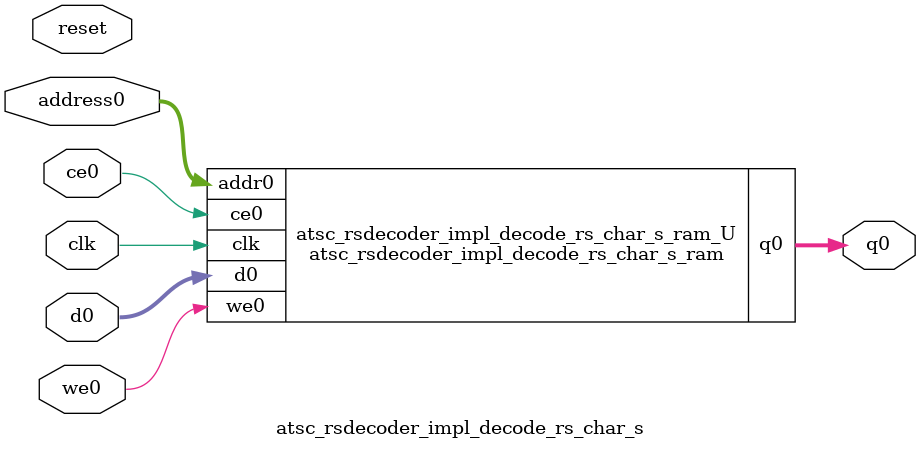
<source format=v>

`timescale 1 ns / 1 ps
module atsc_rsdecoder_impl_decode_rs_char_s_ram (addr0, ce0, d0, we0, q0,  clk);

parameter DWIDTH = 8;
parameter AWIDTH = 5;
parameter MEM_SIZE = 21;

input[AWIDTH-1:0] addr0;
input ce0;
input[DWIDTH-1:0] d0;
input we0;
output reg[DWIDTH-1:0] q0;
input clk;

(* ram_style = "distributed" *)reg [DWIDTH-1:0] ram[MEM_SIZE-1:0];




always @(posedge clk)  
begin 
    if (ce0) 
    begin
        if (we0) 
        begin 
            ram[addr0] <= d0; 
            q0 <= d0;
        end 
        else 
            q0 <= ram[addr0];
    end
end


endmodule


`timescale 1 ns / 1 ps
module atsc_rsdecoder_impl_decode_rs_char_s(
    reset,
    clk,
    address0,
    ce0,
    we0,
    d0,
    q0);

parameter DataWidth = 32'd8;
parameter AddressRange = 32'd21;
parameter AddressWidth = 32'd5;
input reset;
input clk;
input[AddressWidth - 1:0] address0;
input ce0;
input we0;
input[DataWidth - 1:0] d0;
output[DataWidth - 1:0] q0;



atsc_rsdecoder_impl_decode_rs_char_s_ram atsc_rsdecoder_impl_decode_rs_char_s_ram_U(
    .clk( clk ),
    .addr0( address0 ),
    .ce0( ce0 ),
    .d0( d0 ),
    .we0( we0 ),
    .q0( q0 ));

endmodule


</source>
